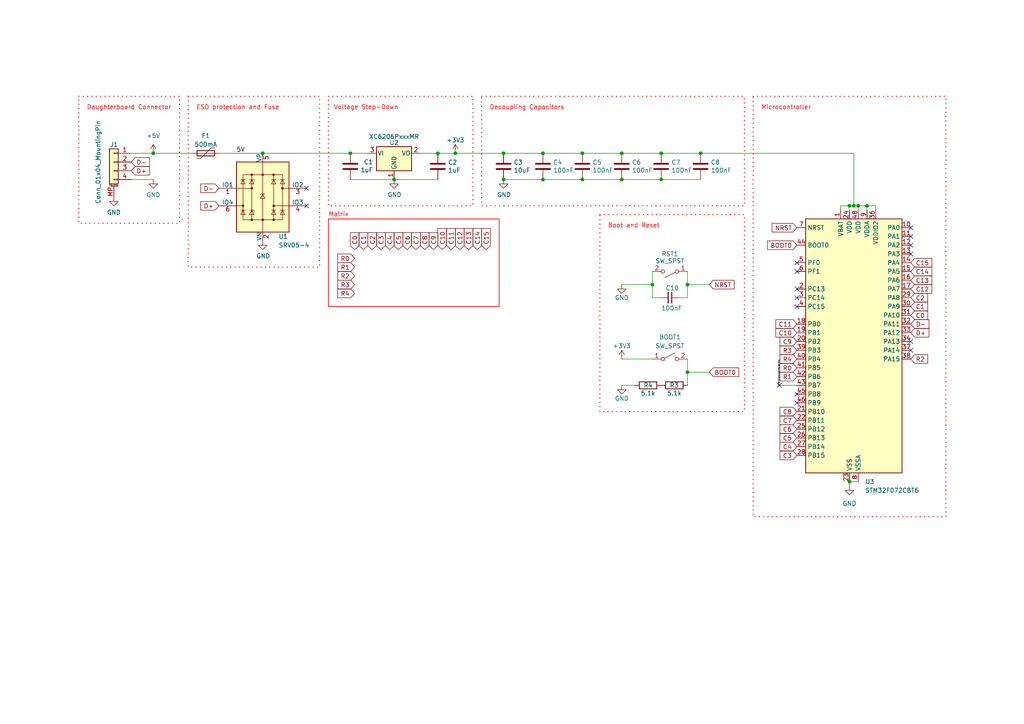
<source format=kicad_sch>
(kicad_sch (version 20231120) (generator "eeschema") (generator_version "8.0")
  (paper "A4")
  (lib_symbols
    (symbol "Connector_Generic_MountingPin:Conn_01x04_MountingPin" (pin_names (offset 1.016) hide)
      (property "Reference" "J" (at 0 5.08 0))
      (property "Value" "Conn_01x04_MountingPin" (at 1.27 -7.62 0))
      (symbol "Conn_01x04_MountingPin_1_1"
        (rectangle (start -1.27 -4.953) (end 0 -5.207) (stroke (width 0.1524)))
        (rectangle (start -1.27 -2.413) (end 0 -2.667) (stroke (width 0.1524)))
        (rectangle (start -1.27 0.127) (end 0 -0.127) (stroke (width 0.1524)))
        (rectangle (start -1.27 2.667) (end 0 2.413) (stroke (width 0.1524)))
        (rectangle (start -1.27 3.81) (end 1.27 -6.35) (stroke (width 0.254)) (fill (type background)))
        (polyline (pts (xy -1.016 -7.112) (xy 1.016 -7.112)) (stroke (width 0.1524)))
        (text "Mounting" (at 0 -6.731 0) (effects (font (size 0.381 0.381))))
        (pin passive line (at -5.08 2.54 0) (length 3.81) (name "Pin_1") (number "1"))
        (pin passive line (at -5.08 0 0) (length 3.81) (name "Pin_2") (number "2"))
        (pin passive line (at -5.08 -2.54 0) (length 3.81) (name "Pin_3") (number "3"))
        (pin passive line (at -5.08 -5.08 0) (length 3.81) (name "Pin_4") (number "4"))
        (pin passive line (at 0 -10.16 90) (length 3.048) (name "MountPin") (number "MP"))
      )
    )
    (symbol "Device:C" (pin_numbers hide) (pin_names (offset 0.254))
      (property "Reference" "C" (at 0.635 2.54 0))
      (property "Value" "C" (at 0.635 -2.54 0))
      (symbol "C_0_1"
        (polyline (pts (xy -2.032 -0.762) (xy 2.032 -0.762)) (stroke (width 0.508)))
        (polyline (pts (xy -2.032 0.762) (xy 2.032 0.762)) (stroke (width 0.508)))
      )
      (symbol "C_1_1"
        (pin passive line (at 0 3.81 270) (length 2.794) (name "~") (number "1"))
        (pin passive line (at 0 -3.81 90) (length 2.794) (name "~") (number "2"))
      )
    )
    (symbol "Device:C_Small" (pin_numbers hide) (pin_names (offset 0.254) hide)
      (property "Reference" "C" (at 0.254 1.778 0))
      (property "Value" "C_Small" (at 0.254 -2.032 0))
      (symbol "C_Small_0_1"
        (polyline (pts (xy -1.524 -0.508) (xy 1.524 -0.508)) (stroke (width 0.3302)))
        (polyline (pts (xy -1.524 0.508) (xy 1.524 0.508)) (stroke (width 0.3048)))
      )
      (symbol "C_Small_1_1"
        (pin passive line (at 0 2.54 270) (length 2.032) (name "~") (number "1"))
        (pin passive line (at 0 -2.54 90) (length 2.032) (name "~") (number "2"))
      )
    )
    (symbol "Device:Polyfuse" (pin_numbers hide) (pin_names (offset 0))
      (property "Reference" "F" (at -2.54 0 90))
      (property "Value" "Polyfuse" (at 2.54 0 90))
      (symbol "Polyfuse_0_1"
        (rectangle (start -0.762 2.54) (end 0.762 -2.54) (stroke (width 0.254)))
        (polyline (pts (xy 0 2.54) (xy 0 -2.54)))
        (polyline (pts (xy -1.524 2.54) (xy -1.524 1.524) (xy 1.524 -1.524) (xy 1.524 -2.54)))
      )
      (symbol "Polyfuse_1_1"
        (pin passive line (at 0 3.81 270) (length 1.27) (name "~") (number "1"))
        (pin passive line (at 0 -3.81 90) (length 1.27) (name "~") (number "2"))
      )
    )
    (symbol "Device:R" (pin_numbers hide) (pin_names (offset 0))
      (property "Reference" "R" (at 2.032 0 90))
      (property "Value" "R" (at 0 0 90))
      (symbol "R_0_1"
        (rectangle (start -1.016 -2.54) (end 1.016 2.54) (stroke (width 0.254)))
      )
      (symbol "R_1_1"
        (pin passive line (at 0 3.81 270) (length 1.27) (name "~") (number "1"))
        (pin passive line (at 0 -3.81 90) (length 1.27) (name "~") (number "2"))
      )
    )
    (symbol "MCU_ST_STM32F0:STM32F072CBTx"
      (property "Reference" "U" (at -12.7 39.37 0))
      (property "Value" "STM32F072CBTx" (at 10.16 39.37 0))
      (symbol "STM32F072CBTx_0_1"
        (rectangle (start -12.7 -35.56) (end 15.24 38.1) (stroke (width 0.254)) (fill (type background)))
      )
      (symbol "STM32F072CBTx_1_1"
        (pin power_in line (at -2.54 40.64 270) (length 2.54) (name "VBAT") (number "1"))
        (pin bidirectional line (at 17.78 35.56 180) (length 2.54) (name "PA0") (number "10"))
        (pin bidirectional line (at 17.78 33.02 180) (length 2.54) (name "PA1") (number "11"))
        (pin bidirectional line (at 17.78 30.48 180) (length 2.54) (name "PA2") (number "12"))
        (pin bidirectional line (at 17.78 27.94 180) (length 2.54) (name "PA3") (number "13"))
        (pin bidirectional line (at 17.78 25.4 180) (length 2.54) (name "PA4") (number "14"))
        (pin bidirectional line (at 17.78 22.86 180) (length 2.54) (name "PA5") (number "15"))
        (pin bidirectional line (at 17.78 20.32 180) (length 2.54) (name "PA6") (number "16"))
        (pin bidirectional line (at 17.78 17.78 180) (length 2.54) (name "PA7") (number "17"))
        (pin bidirectional line (at -15.24 7.62 0) (length 2.54) (name "PB0") (number "18"))
        (pin bidirectional line (at -15.24 5.08 0) (length 2.54) (name "PB1") (number "19"))
        (pin bidirectional line (at -15.24 17.78 0) (length 2.54) (name "PC13") (number "2"))
        (pin bidirectional line (at -15.24 2.54 0) (length 2.54) (name "PB2") (number "20"))
        (pin bidirectional line (at -15.24 -17.78 0) (length 2.54) (name "PB10") (number "21"))
        (pin bidirectional line (at -15.24 -20.32 0) (length 2.54) (name "PB11") (number "22"))
        (pin power_in line (at 0 -38.1 90) (length 2.54) (name "VSS") (number "23"))
        (pin power_in line (at 0 40.64 270) (length 2.54) (name "VDD") (number "24"))
        (pin bidirectional line (at -15.24 -22.86 0) (length 2.54) (name "PB12") (number "25"))
        (pin bidirectional line (at -15.24 -25.4 0) (length 2.54) (name "PB13") (number "26"))
        (pin bidirectional line (at -15.24 -27.94 0) (length 2.54) (name "PB14") (number "27"))
        (pin bidirectional line (at -15.24 -30.48 0) (length 2.54) (name "PB15") (number "28"))
        (pin bidirectional line (at 17.78 15.24 180) (length 2.54) (name "PA8") (number "29"))
        (pin bidirectional line (at -15.24 15.24 0) (length 2.54) (name "PC14") (number "3"))
        (pin bidirectional line (at 17.78 12.7 180) (length 2.54) (name "PA9") (number "30"))
        (pin bidirectional line (at 17.78 10.16 180) (length 2.54) (name "PA10") (number "31"))
        (pin bidirectional line (at 17.78 7.62 180) (length 2.54) (name "PA11") (number "32"))
        (pin bidirectional line (at 17.78 5.08 180) (length 2.54) (name "PA12") (number "33"))
        (pin bidirectional line (at 17.78 2.54 180) (length 2.54) (name "PA13") (number "34"))
        (pin passive line (at 0 -38.1 90) (length 2.54) hide (name "VSS") (number "35"))
        (pin power_in line (at 7.62 40.64 270) (length 2.54) (name "VDDIO2") (number "36"))
        (pin bidirectional line (at 17.78 0 180) (length 2.54) (name "PA14") (number "37"))
        (pin bidirectional line (at 17.78 -2.54 180) (length 2.54) (name "PA15") (number "38"))
        (pin bidirectional line (at -15.24 0 0) (length 2.54) (name "PB3") (number "39"))
        (pin bidirectional line (at -15.24 12.7 0) (length 2.54) (name "PC15") (number "4"))
        (pin bidirectional line (at -15.24 -2.54 0) (length 2.54) (name "PB4") (number "40"))
        (pin bidirectional line (at -15.24 -5.08 0) (length 2.54) (name "PB5") (number "41"))
        (pin bidirectional line (at -15.24 -7.62 0) (length 2.54) (name "PB6") (number "42"))
        (pin bidirectional line (at -15.24 -10.16 0) (length 2.54) (name "PB7") (number "43"))
        (pin input line (at -15.24 30.48 0) (length 2.54) (name "BOOT0") (number "44"))
        (pin bidirectional line (at -15.24 -12.7 0) (length 2.54) (name "PB8") (number "45"))
        (pin bidirectional line (at -15.24 -15.24 0) (length 2.54) (name "PB9") (number "46"))
        (pin passive line (at 0 -38.1 90) (length 2.54) hide (name "VSS") (number "47"))
        (pin power_in line (at 2.54 40.64 270) (length 2.54) (name "VDD") (number "48"))
        (pin bidirectional line (at -15.24 25.4 0) (length 2.54) (name "PF0") (number "5"))
        (pin bidirectional line (at -15.24 22.86 0) (length 2.54) (name "PF1") (number "6"))
        (pin input line (at -15.24 35.56 0) (length 2.54) (name "NRST") (number "7"))
        (pin power_in line (at 2.54 -38.1 90) (length 2.54) (name "VSSA") (number "8"))
        (pin power_in line (at 5.08 40.64 270) (length 2.54) (name "VDDA") (number "9"))
      )
    )
    (symbol "PCM_marbastlib-various:SRV05-4" (pin_names (offset 0))
      (property "Reference" "U" (at -5.08 11.43 0))
      (property "Value" "SRV05-4" (at 2.54 11.43 0))
      (symbol "SRV05-4_0_0"
        (rectangle (start -5.715 6.477) (end 5.715 -6.604))
        (polyline (pts (xy -3.175 -6.604) (xy -3.175 6.477)))
        (polyline (pts (xy 3.175 6.477) (xy 3.175 -6.604)))
      )
      (symbol "SRV05-4_0_1"
        (rectangle (start -7.62 10.16) (end 7.62 -10.16) (stroke (width 0.254)) (fill (type background)))
        (circle (center -5.715 -2.54) (radius 0.2794) (fill (type outline)))
        (circle (center -3.175 -6.604) (radius 0.2794) (fill (type outline)))
        (circle (center -3.175 2.54) (radius 0.2794) (fill (type outline)))
        (circle (center -3.175 6.477) (radius 0.2794) (fill (type outline)))
        (circle (center 0 -6.604) (radius 0.2794) (fill (type outline)))
        (polyline (pts (xy -7.747 2.54) (xy -3.175 2.54)))
        (polyline (pts (xy -7.62 -2.54) (xy -5.715 -2.54)))
        (polyline (pts (xy -5.08 -3.81) (xy -6.35 -3.81)))
        (polyline (pts (xy -5.08 5.08) (xy -6.35 5.08)))
        (polyline (pts (xy -2.54 -3.81) (xy -3.81 -3.81)))
        (polyline (pts (xy -2.54 5.08) (xy -3.81 5.08)))
        (polyline (pts (xy 0 10.16) (xy 0 -10.16)))
        (polyline (pts (xy 3.81 -3.81) (xy 2.54 -3.81)))
        (polyline (pts (xy 3.81 5.08) (xy 2.54 5.08)))
        (polyline (pts (xy 6.35 -3.81) (xy 5.08 -3.81)))
        (polyline (pts (xy 6.35 5.08) (xy 5.08 5.08)))
        (polyline (pts (xy 7.62 -2.54) (xy 3.175 -2.54)))
        (polyline (pts (xy 7.62 2.54) (xy 5.715 2.54)))
        (polyline (pts (xy 0.635 0.889) (xy -0.635 0.889) (xy -0.635 0.635)))
        (polyline (pts (xy -5.08 -5.08) (xy -6.35 -5.08) (xy -5.715 -3.81) (xy -5.08 -5.08)))
        (polyline (pts (xy -5.08 3.81) (xy -6.35 3.81) (xy -5.715 5.08) (xy -5.08 3.81)))
        (polyline (pts (xy -2.54 -5.08) (xy -3.81 -5.08) (xy -3.175 -3.81) (xy -2.54 -5.08)))
        (polyline (pts (xy -2.54 3.81) (xy -3.81 3.81) (xy -3.175 5.08) (xy -2.54 3.81)))
        (polyline (pts (xy 0.635 -0.381) (xy -0.635 -0.381) (xy 0 0.889) (xy 0.635 -0.381)))
        (polyline (pts (xy 3.81 -5.08) (xy 2.54 -5.08) (xy 3.175 -3.81) (xy 3.81 -5.08)))
        (polyline (pts (xy 3.81 3.81) (xy 2.54 3.81) (xy 3.175 5.08) (xy 3.81 3.81)))
        (polyline (pts (xy 6.35 -5.08) (xy 5.08 -5.08) (xy 5.715 -3.81) (xy 6.35 -5.08)))
        (polyline (pts (xy 6.35 3.81) (xy 5.08 3.81) (xy 5.715 5.08) (xy 6.35 3.81)))
        (circle (center 0 6.477) (radius 0.2794) (fill (type outline)))
        (circle (center 3.175 -6.604) (radius 0.2794) (fill (type outline)))
        (circle (center 3.175 -2.54) (radius 0.2794) (fill (type outline)))
        (circle (center 3.175 6.477) (radius 0.2794) (fill (type outline)))
        (circle (center 5.715 2.54) (radius 0.2794) (fill (type outline)))
      )
      (symbol "SRV05-4_1_1"
        (pin passive line (at -12.7 2.54 0) (length 5.08) (name "IO1") (number "1"))
        (pin passive line (at 0 -12.7 90) (length 2.54) (name "VN") (number "2"))
        (pin passive line (at 12.7 2.54 180) (length 5.08) (name "IO2") (number "3"))
        (pin passive line (at 12.7 -2.54 180) (length 5.08) (name "IO3") (number "4"))
        (pin passive line (at 0 12.7 270) (length 2.54) (name "VP") (number "5"))
        (pin passive line (at -12.7 -2.54 0) (length 5.08) (name "IO4") (number "6"))
      )
    )
    (symbol "Switch:SW_SPST" (pin_names (offset 0) hide)
      (property "Reference" "SW" (at 0 3.175 0))
      (property "Value" "SW_SPST" (at 0 -2.54 0))
      (symbol "SW_SPST_0_0"
        (circle (center -2.032 0) (radius 0.508))
        (polyline (pts (xy -1.524 0.254) (xy 1.524 1.778)))
        (circle (center 2.032 0) (radius 0.508))
      )
      (symbol "SW_SPST_1_1"
        (pin passive line (at -5.08 0 0) (length 2.54) (name "A") (number "1"))
        (pin passive line (at 5.08 0 180) (length 2.54) (name "B") (number "2"))
      )
    )
    (symbol "kicad-keyboard-parts:XC6206PxxxMR-Regulator_Linear" (pin_names (offset 0.254))
      (property "Reference" "U" (at -3.81 3.175 0))
      (property "Value" "XC6206PxxxMR-Regulator_Linear" (at 0 3.175 0))
      (property "LCSC" "C5446" (at 0 0 0))
      (symbol "XC6206PxxxMR-Regulator_Linear_0_1"
        (rectangle (start -5.08 1.905) (end 5.08 -5.08) (stroke (width 0.254)) (fill (type background)))
      )
      (symbol "XC6206PxxxMR-Regulator_Linear_1_1"
        (pin power_in line (at 0 -7.62 90) (length 2.54) (name "GND") (number "1"))
        (pin power_out line (at 7.62 0 180) (length 2.54) (name "VO") (number "2"))
        (pin power_in line (at -7.62 0 0) (length 2.54) (name "VI") (number "3"))
      )
    )
    (symbol "power:+3V3" (power) (pin_names (offset 0))
      (property "Value" "+3V3" (at 0 3.556 0))
      (symbol "+3V3_0_1"
        (polyline (pts (xy -0.762 1.27) (xy 0 2.54)))
        (polyline (pts (xy 0 0) (xy 0 2.54)))
        (polyline (pts (xy 0 2.54) (xy 0.762 1.27)))
      )
      (symbol "+3V3_1_1"
        (pin power_in line (at 0 0 90) (length 0) hide (name "+3V3") (number "1"))
      )
    )
    (symbol "power:+5V" (power) (pin_names (offset 0))
      (property "Value" "+5V" (at 0 3.556 0))
      (symbol "+5V_0_1"
        (polyline (pts (xy -0.762 1.27) (xy 0 2.54)))
        (polyline (pts (xy 0 0) (xy 0 2.54)))
        (polyline (pts (xy 0 2.54) (xy 0.762 1.27)))
      )
      (symbol "+5V_1_1"
        (pin power_in line (at 0 0 90) (length 0) hide (name "+5V") (number "1"))
      )
    )
    (symbol "power:GND" (power) (pin_names (offset 0))
      (property "Value" "GND" (at 0 -3.81 0))
      (symbol "GND_0_1"
        (polyline (pts (xy 0 0) (xy 0 -1.27) (xy 1.27 -1.27) (xy 0 -2.54) (xy -1.27 -1.27) (xy 0 -1.27)))
      )
      (symbol "GND_1_1"
        (pin power_in line (at 0 0 270) (length 0) hide (name "GND") (number "1"))
      )
    )
  )
  (junction (at 168.91 44.45))
  (junction (at 180.34 44.45))
  (junction (at 246.38 59.69))
  (junction (at 248.92 59.69))
  (junction (at 203.2 44.45))
  (junction (at 146.05 52.07))
  (junction (at 246.38 139.7))
  (junction (at 76.2 44.45))
  (junction (at 247.65 59.69))
  (junction (at 157.48 44.45))
  (junction (at 132.08 44.45))
  (junction (at 189.23 82.55))
  (junction (at 157.48 52.07))
  (junction (at 114.3 52.07) (diameter 0.9144))
  (junction (at 199.39 82.55))
  (junction (at 168.91 52.07))
  (junction (at 146.05 44.45))
  (junction (at 191.77 52.07))
  (junction (at 251.46 59.69))
  (junction (at 180.34 52.07))
  (junction (at 191.77 44.45))
  (junction (at 127 44.45))
  (junction (at 44.45 44.45))
  (junction (at 101.6 44.45))
  (junction (at 199.39 107.95))
  (no_connect (at 88.9 54.61))
  (no_connect (at 264.16 66.04))
  (no_connect (at 231.14 88.9))
  (no_connect (at 231.14 78.74))
  (no_connect (at 264.16 101.6))
  (no_connect (at 231.14 76.2))
  (no_connect (at 264.16 71.12))
  (no_connect (at 264.16 73.66))
  (no_connect (at 264.16 68.58))
  (no_connect (at 231.14 114.3))
  (no_connect (at 231.14 83.82))
  (no_connect (at 264.16 99.06))
  (no_connect (at 231.14 86.36))
  (no_connect (at 231.14 116.84))
  (no_connect (at 226.06 111.76))
  (no_connect (at 88.9 59.69))
  (wire (pts (xy 44.45 44.45) (xy 55.88 44.45)))
  (wire (pts (xy 191.77 52.07) (xy 203.2 52.07)))
  (wire (pts (xy 247.65 59.69) (xy 247.65 44.45)))
  (wire (pts (xy 132.08 44.45) (xy 146.05 44.45)))
  (wire (pts (xy 199.39 82.55) (xy 199.39 86.36)))
  (wire (pts (xy 157.48 44.45) (xy 168.91 44.45)))
  (wire (pts (xy 180.34 44.45) (xy 191.77 44.45)))
  (wire (pts (xy 146.05 44.45) (xy 157.48 44.45)))
  (wire (pts (xy 168.91 52.07) (xy 180.34 52.07)))
  (wire (pts (xy 246.38 59.69) (xy 246.38 60.96)))
  (wire (pts (xy 180.34 104.14) (xy 189.23 104.14)))
  (wire (pts (xy 205.74 107.95) (xy 199.39 107.95)))
  (wire (pts (xy 189.23 82.55) (xy 189.23 78.74)))
  (wire (pts (xy 114.3 52.07) (xy 127 52.07)))
  (wire (pts (xy 246.38 140.97) (xy 246.38 139.7)))
  (wire (pts (xy 199.39 78.74) (xy 199.39 82.55)))
  (wire (pts (xy 246.38 139.7) (xy 248.92 139.7)))
  (wire (pts (xy 247.65 59.69) (xy 248.92 59.69)))
  (wire (pts (xy 243.84 59.69) (xy 246.38 59.69)))
  (wire (pts (xy 180.34 111.76) (xy 184.15 111.76)))
  (wire (pts (xy 246.38 59.69) (xy 247.65 59.69)))
  (wire (pts (xy 243.84 59.69) (xy 243.84 60.96)))
  (wire (pts (xy 101.6 44.45) (xy 106.68 44.45)))
  (wire (pts (xy 189.23 86.36) (xy 191.77 86.36)))
  (wire (pts (xy 63.5 44.45) (xy 76.2 44.45)))
  (wire (pts (xy 121.92 44.45) (xy 127 44.45)))
  (wire (pts (xy 168.91 52.07) (xy 157.48 52.07)))
  (wire (pts (xy 76.2 44.45) (xy 101.6 44.45)))
  (wire (pts (xy 199.39 104.14) (xy 199.39 107.95)))
  (wire (pts (xy 157.48 52.07) (xy 146.05 52.07)))
  (wire (pts (xy 247.65 44.45) (xy 203.2 44.45)))
  (wire (pts (xy 127 44.45) (xy 132.08 44.45)))
  (wire (pts (xy 180.34 82.55) (xy 189.23 82.55)))
  (wire (pts (xy 251.46 59.69) (xy 248.92 59.69)))
  (wire (pts (xy 44.45 44.45) (xy 38.1 44.45)))
  (wire (pts (xy 254 59.69) (xy 254 60.96)))
  (wire (pts (xy 114.3 52.07) (xy 101.6 52.07)))
  (wire (pts (xy 248.92 59.69) (xy 248.92 60.96)))
  (wire (pts (xy 199.39 107.95) (xy 199.39 111.76)))
  (wire (pts (xy 189.23 86.36) (xy 189.23 82.55)))
  (wire (pts (xy 38.1 52.07) (xy 44.45 52.07)))
  (wire (pts (xy 251.46 59.69) (xy 251.46 60.96)))
  (wire (pts (xy 191.77 44.45) (xy 203.2 44.45)))
  (wire (pts (xy 226.06 111.76) (xy 231.14 111.76)))
  (wire (pts (xy 168.91 44.45) (xy 180.34 44.45)))
  (wire (pts (xy 180.34 52.07) (xy 191.77 52.07)))
  (wire (pts (xy 199.39 82.55) (xy 205.74 82.55)))
  (wire (pts (xy 199.39 86.36) (xy 196.85 86.36)))
  (wire (pts (xy 251.46 59.69) (xy 254 59.69)))
  (rectangle (start 139.7 27.94) (end 215.9 59.69) (stroke (width 0.3) (type dot) (color 255 0 0 1)))
  (rectangle (start 218.44 27.94) (end 274.32 149.86) (stroke (width 0.3) (type dot) (color 255 0 0 1)))
  (rectangle (start 95.25 27.94) (end 137.16 59.69) (stroke (width 0.3) (type dot) (color 255 0 0 1)))
  (rectangle (start 22.86 27.94) (end 52.07 64.77) (stroke (width 0.3) (type dot) (color 255 0 0 1)))
  (rectangle (start 173.99 62.23) (end 215.9 119.38) (stroke (width 0.3) (type dot) (color 255 0 0 1)))
  (rectangle (start 54.61 27.94) (end 92.71 77.47) (stroke (width 0.3) (type dot) (color 255 0 0 1)))
  (text "Decoupling Capacitors" (at 141.986 32.004 0) (effects (font (size 1.27 1.27)) (justify left bottom)))
  (text "Daughterboard Connector" (at 25.146 32.004 0) (effects (font (size 1.27 1.27)) (justify left bottom)))
  (text "Voltage Step-Down\n\n" (at 96.774 34.036 0) (effects (font (size 1.27 1.27)) (justify left bottom)))
  (text "ESD protection and Fuse" (at 56.896 32.004 0) (effects (font (size 1.27 1.27)) (justify left bottom)))
  (text "Boot and Reset" (at 176.276 66.294 0) (effects (font (size 1.27 1.27)) (justify left bottom)))
  (text "Microcontroller" (at 220.726 32.004 0) (effects (font (size 1.27 1.27)) (justify left bottom)))
  (label "pls dont connect to randon things again thanks" (at 226.06 111.76 90) (effects (font (size 0.2 0.2) (thickness 0.04) (bold yes))))
  (label "5V" (at 68.58 44.45 0))
  (global_label "D-" (shape input) (at 38.1 46.99 0) (property "Intersheetrefs" "${INTERSHEET_REFS}" (effects (hide yes))))
  (global_label "C13" (shape input) (at 264.16 81.28 0) (property "Intersheetrefs" "${INTERSHEET_REFS}" (effects (hide yes))))
  (global_label "C7" (shape input) (at 120.65 72.39 90) (property "Intersheetrefs" "${INTERSHEET_REFS}" (effects (hide yes))))
  (global_label "C1" (shape input) (at 105.41 72.39 90) (property "Intersheetrefs" "${INTERSHEET_REFS}" (effects (hide yes))))
  (global_label "C11" (shape input) (at 130.81 72.39 90) (property "Intersheetrefs" "${INTERSHEET_REFS}" (effects (hide yes))))
  (global_label "C0" (shape input) (at 264.16 91.44 0) (property "Intersheetrefs" "${INTERSHEET_REFS}" (effects (hide yes))))
  (global_label "C9" (shape input) (at 231.14 99.06 180) (property "Intersheetrefs" "${INTERSHEET_REFS}" (effects (hide yes))))
  (global_label "C4" (shape input) (at 113.03 72.39 90) (property "Intersheetrefs" "${INTERSHEET_REFS}" (effects (hide yes))))
  (global_label "NRST" (shape input) (at 205.74 82.55 0) (property "Intersheetrefs" "${INTERSHEET_REFS}" (effects (hide yes))))
  (global_label "C14" (shape input) (at 138.43 72.39 90) (property "Intersheetrefs" "${INTERSHEET_REFS}" (effects (hide yes))))
  (global_label "C15" (shape input) (at 140.97 72.39 90) (property "Intersheetrefs" "${INTERSHEET_REFS}" (effects (hide yes))))
  (global_label "C12" (shape input) (at 264.16 83.82 0) (property "Intersheetrefs" "${INTERSHEET_REFS}" (effects (hide yes))))
  (global_label "BOOT0" (shape input) (at 205.74 107.95 0) (property "Intersheetrefs" "${INTERSHEET_REFS}" (effects (hide yes))))
  (global_label "R0" (shape input) (at 102.87 74.93 180) (property "Intersheetrefs" "${INTERSHEET_REFS}" (effects (hide yes))))
  (global_label "R1" (shape input) (at 231.14 109.22 180) (property "Intersheetrefs" "${INTERSHEET_REFS}" (effects (hide yes))))
  (global_label "D-" (shape input) (at 63.5 54.61 180) (property "Intersheetrefs" "${INTERSHEET_REFS}" (effects (hide yes))))
  (global_label "D+" (shape input) (at 38.1 49.53 0) (property "Intersheetrefs" "${INTERSHEET_REFS}" (effects (hide yes))))
  (global_label "R0" (shape input) (at 231.14 106.68 180) (property "Intersheetrefs" "${INTERSHEET_REFS}" (effects (hide yes))))
  (global_label "C5" (shape input) (at 115.57 72.39 90) (property "Intersheetrefs" "${INTERSHEET_REFS}" (effects (hide yes))))
  (global_label "R3" (shape input) (at 231.14 101.6 180) (property "Intersheetrefs" "${INTERSHEET_REFS}" (effects (hide yes))))
  (global_label "C2" (shape input) (at 264.16 86.36 0) (property "Intersheetrefs" "${INTERSHEET_REFS}" (effects (hide yes))))
  (global_label "C14" (shape input) (at 264.16 78.74 0) (property "Intersheetrefs" "${INTERSHEET_REFS}" (effects (hide yes))))
  (global_label "C3" (shape input) (at 231.14 132.08 180) (property "Intersheetrefs" "${INTERSHEET_REFS}" (effects (hide yes))))
  (global_label "C6" (shape input) (at 118.11 72.39 90) (property "Intersheetrefs" "${INTERSHEET_REFS}" (effects (hide yes))))
  (global_label "BOOT0" (shape input) (at 231.14 71.12 180) (property "Intersheetrefs" "${INTERSHEET_REFS}" (effects (hide yes))))
  (global_label "C8" (shape input) (at 231.14 119.38 180) (property "Intersheetrefs" "${INTERSHEET_REFS}" (effects (hide yes))))
  (global_label "C0" (shape input) (at 102.87 72.39 90) (property "Intersheetrefs" "${INTERSHEET_REFS}" (effects (hide yes))))
  (global_label "C7" (shape input) (at 231.14 121.92 180) (property "Intersheetrefs" "${INTERSHEET_REFS}" (effects (hide yes))))
  (global_label "C3" (shape input) (at 110.49 72.39 90) (property "Intersheetrefs" "${INTERSHEET_REFS}" (effects (hide yes))))
  (global_label "R4" (shape input) (at 102.87 85.09 180) (property "Intersheetrefs" "${INTERSHEET_REFS}" (effects (hide yes))))
  (global_label "C10" (shape input) (at 231.14 96.52 180) (property "Intersheetrefs" "${INTERSHEET_REFS}" (effects (hide yes))))
  (global_label "C4" (shape input) (at 231.14 129.54 180) (property "Intersheetrefs" "${INTERSHEET_REFS}" (effects (hide yes))))
  (global_label "C9" (shape input) (at 125.73 72.39 90) (property "Intersheetrefs" "${INTERSHEET_REFS}" (effects (hide yes))))
  (global_label "NRST" (shape input) (at 231.14 66.04 180) (property "Intersheetrefs" "${INTERSHEET_REFS}" (effects (hide yes))))
  (global_label "C1" (shape input) (at 264.16 88.9 0) (property "Intersheetrefs" "${INTERSHEET_REFS}" (effects (hide yes))))
  (global_label "R3" (shape input) (at 102.87 82.55 180) (property "Intersheetrefs" "${INTERSHEET_REFS}" (effects (hide yes))))
  (global_label "C2" (shape input) (at 107.95 72.39 90) (property "Intersheetrefs" "${INTERSHEET_REFS}" (effects (hide yes))))
  (global_label "D+" (shape input) (at 63.5 59.69 180) (property "Intersheetrefs" "${INTERSHEET_REFS}" (effects (hide yes))))
  (global_label "R4" (shape input) (at 231.14 104.14 180) (property "Intersheetrefs" "${INTERSHEET_REFS}" (effects (hide yes))))
  (global_label "C13" (shape input) (at 135.89 72.39 90) (property "Intersheetrefs" "${INTERSHEET_REFS}" (effects (hide yes))))
  (global_label "D-" (shape input) (at 264.16 93.98 0) (property "Intersheetrefs" "${INTERSHEET_REFS}" (effects (hide yes))))
  (global_label "C15" (shape input) (at 264.16 76.2 0) (property "Intersheetrefs" "${INTERSHEET_REFS}" (effects (hide yes))))
  (global_label "C12" (shape input) (at 133.35 72.39 90) (property "Intersheetrefs" "${INTERSHEET_REFS}" (effects (hide yes))))
  (global_label "C6" (shape input) (at 231.14 124.46 180) (property "Intersheetrefs" "${INTERSHEET_REFS}" (effects (hide yes))))
  (global_label "R2" (shape input) (at 264.16 104.14 0) (property "Intersheetrefs" "${INTERSHEET_REFS}" (effects (hide yes))))
  (global_label "R2" (shape input) (at 102.87 80.01 180) (property "Intersheetrefs" "${INTERSHEET_REFS}" (effects (hide yes))))
  (global_label "C11" (shape input) (at 231.14 93.98 180) (property "Intersheetrefs" "${INTERSHEET_REFS}" (effects (hide yes))))
  (global_label "C5" (shape input) (at 231.14 127 180) (property "Intersheetrefs" "${INTERSHEET_REFS}" (effects (hide yes))))
  (global_label "C10" (shape input) (at 128.27 72.39 90) (property "Intersheetrefs" "${INTERSHEET_REFS}" (effects (hide yes))))
  (global_label "R1" (shape input) (at 102.87 77.47 180) (property "Intersheetrefs" "${INTERSHEET_REFS}" (effects (hide yes))))
  (global_label "D+" (shape input) (at 264.16 96.52 0) (property "Intersheetrefs" "${INTERSHEET_REFS}" (effects (hide yes))))
  (global_label "C8" (shape input) (at 123.19 72.39 90) (property "Intersheetrefs" "${INTERSHEET_REFS}" (effects (hide yes))))
  (symbol (lib_id "power:GND") (at 114.3 52.07 0) (unit 1)
    (property "Reference" "#PWR025" (effects (hide yes)))
    (property "Value" "GND" (at 114.427 56.4642 0))
  )
  (symbol (lib_id "power:+5V") (at 44.45 44.45 0) (unit 1)
    (property "Reference" "#PWR023" (effects (hide yes)))
    (property "Value" "+5V" (at 44.45 39.37 0))
  )
  (symbol (lib_id "Device:C") (at 127 48.26 0) (unit 1)
    (property "Reference" "C2" (at 129.921 47.0916 0) (effects (justify left)))
    (property "Value" "1uF" (at 129.921 49.403 0) (effects (justify left)))
    (property "Footprint" "Capacitor_SMD:C_0402_1005Metric" (effects (hide yes)))
    (property "LCSC" "C307331" (effects (hide yes)))
  )
  (symbol (lib_id "MCU_ST_STM32F0:STM32F072CBTx") (at 246.38 101.6 0) (unit 1)
    (property "Reference" "U3" (at 250.8759 139.7 0) (effects (justify left)))
    (property "Value" "STM32F072CBT6" (at 250.8759 142.24 0) (effects (justify left)))
    (property "Footprint" "Package_QFP:LQFP-48_7x7mm_P0.5mm" (effects (hide yes)))
    (property "Datasheet" "https://www.st.com/resource/en/datasheet/stm32f072cb.pdf" (effects (hide yes)))
    (property "JlcRotOffset" "90" (effects (hide yes)))
  )
  (symbol (lib_id "Device:C_Small") (at 194.31 86.36 270) (mirror x) (unit 1)
    (property "Reference" "C10" (at 193.04 83.566 90) (effects (justify left)))
    (property "Value" "100nF" (at 191.77 89.408 90) (effects (justify left)))
    (property "Footprint" "Capacitor_SMD:C_0402_1005Metric" (effects (hide yes)))
    (property "LCSC" "C307331" (effects (hide yes)))
  )
  (symbol (lib_id "Device:R") (at 195.58 111.76 270) (unit 1)
    (property "Reference" "R3" (at 195.58 111.76 90))
    (property "Value" "5.1k" (at 195.58 114.046 90))
    (property "Footprint" "Resistor_SMD:R_0402_1005Metric" (effects (hide yes)))
  )
  (symbol (lib_id "Device:C") (at 191.77 48.26 0) (unit 1)
    (property "Reference" "C7" (at 194.691 47.0916 0) (effects (justify left)))
    (property "Value" "100nF" (at 194.691 49.403 0) (effects (justify left)))
    (property "Footprint" "Capacitor_SMD:C_0402_1005Metric" (effects (hide yes)))
    (property "LCSC" "C307331" (effects (hide yes)))
  )
  (symbol (lib_id "Device:C") (at 101.6 48.26 0) (mirror y) (unit 1)
    (property "Reference" "C1" (at 108.204 46.99 0) (effects (justify left)))
    (property "Value" "1uF" (at 108.204 49.3014 0) (effects (justify left)))
    (property "Footprint" "Capacitor_SMD:C_0402_1005Metric" (effects (hide yes)))
    (property "LCSC" "C307331" (effects (hide yes)))
  )
  (symbol (lib_id "Switch:SW_SPST") (at 194.31 104.14 0) (unit 1)
    (property "Reference" "BOOT1" (at 194.31 97.79 0))
    (property "Value" "SW_SPST" (at 194.31 100.33 0))
    (property "Footprint" "Button_Switch_SMD:SW_SPST_TL3342" (effects (hide yes)))
  )
  (symbol (lib_id "PCM_marbastlib-various:SRV05-4") (at 76.2 57.15 0) (unit 1)
    (property "Reference" "U1" (at 80.772 68.58 0) (effects (justify left)))
    (property "Value" "SRV05-4" (at 80.772 71.12 0) (effects (justify left)))
    (property "Footprint" "PCM_marbastlib-various:SOT-23-6-routable" (effects (hide yes)))
    (property "Datasheet" "http://www.onsemi.com/pub/Collateral/SRV05-4-D.PDF" (effects (hide yes)))
    (property "Description" "ESD Protection Diodes with Low Clamping Voltage, SOT-23-6" (effects (hide yes)))
  )
  (symbol (lib_id "power:GND") (at 180.34 82.55 0) (mirror y) (unit 1)
    (property "Reference" "#PWR016" (effects (hide yes)))
    (property "Value" "GND" (at 180.34 86.36 0))
  )
  (symbol (lib_id "Connector_Generic_MountingPin:Conn_01x04_MountingPin") (at 33.02 46.99 0) (mirror y) (unit 1)
    (property "Reference" "J1" (at 34.29 41.91 0) (effects (justify left)))
    (property "Value" "Conn_01x04_MountingPin" (at 28.448 59.182 90) (effects (justify left)))
    (property "Footprint" "PCM_marbastlib-various:Molex_Pico-EZmate_78171-0004_1x04-1MP_P1.20mm_Vertical" (effects (hide yes)))
    (property "Description" "Generic connectable mounting pin connector, single row, 01x04, script generated (kicad-library-utils/schlib/autogen/connector/)" (effects (hide yes)))
  )
  (symbol (lib_id "Device:Polyfuse") (at 59.69 44.45 90) (unit 1)
    (property "Reference" "F1" (at 59.69 39.37 90))
    (property "Value" "500mA" (at 59.69 41.91 90))
    (property "Footprint" "Fuse:Fuse_1206_3216Metric" (effects (hide yes)))
    (property "LCSC" "C135341" (effects (hide yes)))
  )
  (symbol (lib_id "Device:C") (at 203.2 48.26 0) (unit 1)
    (property "Reference" "C8" (at 206.121 47.0916 0) (effects (justify left)))
    (property "Value" "100nF" (at 206.121 49.403 0) (effects (justify left)))
    (property "Footprint" "Capacitor_SMD:C_0402_1005Metric" (effects (hide yes)))
    (property "LCSC" "C307331" (effects (hide yes)))
  )
  (symbol (lib_id "power:+3V3") (at 132.08 44.45 0) (unit 1)
    (property "Reference" "#PWR014" (effects (hide yes)))
    (property "Value" "+3V3" (at 132.08 40.64 0))
  )
  (symbol (lib_id "Device:R") (at 187.96 111.76 270) (mirror x) (unit 1)
    (property "Reference" "R4" (at 187.96 111.76 90))
    (property "Value" "5.1k" (at 187.96 114.046 90))
    (property "Footprint" "Resistor_SMD:R_0402_1005Metric" (effects (hide yes)))
  )
  (symbol (lib_id "power:GND") (at 180.34 111.76 0) (unit 1)
    (property "Reference" "#PWR017" (effects (hide yes)))
    (property "Value" "GND" (at 180.34 115.57 0))
  )
  (symbol (lib_id "power:GND") (at 246.38 140.97 0) (unit 1)
    (property "Reference" "#PWR06" (effects (hide yes)))
    (property "Value" "GND" (at 246.38 146.05 0))
  )
  (symbol (lib_id "power:+3V3") (at 180.34 104.14 0) (mirror y) (unit 1)
    (property "Reference" "#PWR013" (effects (hide yes)))
    (property "Value" "+3V3" (at 180.34 100.33 0))
  )
  (symbol (lib_id "Device:C") (at 180.34 48.26 0) (unit 1)
    (property "Reference" "C6" (at 183.261 47.0916 0) (effects (justify left)))
    (property "Value" "100nF" (at 183.261 49.403 0) (effects (justify left)))
    (property "Footprint" "Capacitor_SMD:C_0402_1005Metric" (effects (hide yes)))
    (property "LCSC" "C307331" (effects (hide yes)))
  )
  (symbol (lib_id "power:GND") (at 76.2 69.85 0) (unit 1)
    (property "Reference" "#PWR03" (effects (hide yes)))
    (property "Value" "GND" (at 76.327 74.2442 0))
  )
  (symbol (lib_id "Device:C") (at 157.48 48.26 0) (unit 1)
    (property "Reference" "C4" (at 160.401 47.0916 0) (effects (justify left)))
    (property "Value" "100nF" (at 160.401 49.403 0) (effects (justify left)))
    (property "Footprint" "Capacitor_SMD:C_0402_1005Metric" (effects (hide yes)))
    (property "LCSC" "C307331" (effects (hide yes)))
  )
  (symbol (lib_id "power:GND") (at 44.45 52.07 0) (unit 1)
    (property "Reference" "#PWR01" (effects (hide yes)))
    (property "Value" "GND" (at 44.45 56.515 0))
  )
  (symbol (lib_id "Device:C") (at 168.91 48.26 0) (unit 1)
    (property "Reference" "C5" (at 171.831 47.0916 0) (effects (justify left)))
    (property "Value" "100nF" (at 171.831 49.403 0) (effects (justify left)))
    (property "Footprint" "Capacitor_SMD:C_0402_1005Metric" (effects (hide yes)))
    (property "LCSC" "C307331" (effects (hide yes)))
  )
  (symbol (lib_id "Device:C") (at 146.05 48.26 0) (unit 1)
    (property "Reference" "C3" (at 148.971 47.0916 0) (effects (justify left)))
    (property "Value" "10uF" (at 148.971 49.403 0) (effects (justify left)))
    (property "Footprint" "Capacitor_SMD:C_0603_1608Metric" (effects (hide yes)))
    (property "LCSC" "C307331" (effects (hide yes)))
  )
  (symbol (lib_id "kicad-keyboard-parts:XC6206PxxxMR-Regulator_Linear") (at 114.3 44.45 0) (unit 1)
    (property "Reference" "U2" (at 114.3 41.402 0))
    (property "Value" "XC6206PxxxMR" (at 114.3 39.624 0))
    (property "Footprint" "Package_TO_SOT_SMD:SOT-23" (effects (hide yes)))
    (property "Datasheet" "https://www.torexsemi.com/file/xc6206/XC6206.pdf" (effects (hide yes)))
    (property "LCSC" "C5446" (effects (hide yes)))
  )
  (symbol (lib_id "power:GND") (at 33.02 57.15 0) (unit 1)
    (property "Reference" "#PWR02" (effects (hide yes)))
    (property "Value" "GND" (at 33.02 61.595 0))
  )
  (symbol (lib_id "Switch:SW_SPST") (at 194.31 78.74 180) (unit 1)
    (property "Reference" "RST1" (at 194.31 73.66 0))
    (property "Value" "SW_SPST" (at 194.31 75.692 0))
    (property "Footprint" "Button_Switch_SMD:SW_SPST_TL3342" (effects (hide yes)))
  )
  (symbol (lib_id "power:GND") (at 146.05 52.07 0) (unit 1)
    (property "Reference" "#PWR018" (effects (hide yes)))
    (property "Value" "GND" (at 146.177 56.4642 0))
  )
  (sheet (at 95.25 63.5) (size 49.53 25.4) (stroke (width 0.15) (color 255 0 0 1))
    (property "Sheetname" "Matrix" (at 95.25 62.7884 0) (effects (justify left bottom)))
    (property "Sheetfile" "Matrix.kicad_sch" (effects (hide yes)))
  )
)
</source>
